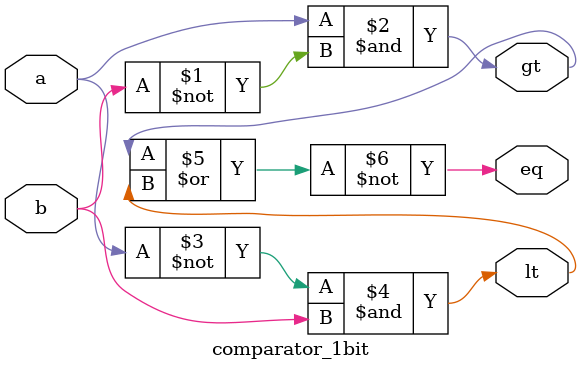
<source format=v>
module comparator_1bit(input a, input b, output gt, lt, eq);
  assign gt = a & ~b;
  assign lt = ~a & b;
  assign eq = ~(gt | lt);
endmodule




</source>
